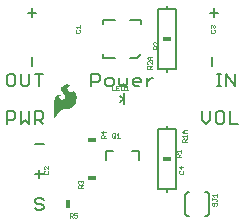
<source format=gbr>
G04 EAGLE Gerber RS-274X export*
G75*
%MOMM*%
%FSLAX34Y34*%
%LPD*%
%INSilkscreen Top*%
%IPPOS*%
%AMOC8*
5,1,8,0,0,1.08239X$1,22.5*%
G01*
%ADD10C,0.203200*%
%ADD11C,0.025400*%
%ADD12R,0.457200X0.762000*%
%ADD13R,0.762000X0.457200*%

G36*
X44460Y85625D02*
X44460Y85625D01*
X44464Y85623D01*
X44534Y85659D01*
X44544Y85664D01*
X44545Y85665D01*
X49417Y91147D01*
X50271Y91929D01*
X51261Y92518D01*
X51612Y92645D01*
X51980Y92710D01*
X54255Y92710D01*
X54260Y92712D01*
X54266Y92710D01*
X55630Y92834D01*
X55640Y92840D01*
X55652Y92838D01*
X56971Y93206D01*
X56979Y93214D01*
X56992Y93215D01*
X58222Y93815D01*
X58229Y93822D01*
X58240Y93825D01*
X59397Y94642D01*
X59402Y94650D01*
X59411Y94653D01*
X60442Y95625D01*
X60445Y95633D01*
X60451Y95635D01*
X60452Y95637D01*
X60454Y95638D01*
X61339Y96745D01*
X61341Y96755D01*
X61350Y96762D01*
X62297Y98443D01*
X62298Y98454D01*
X62306Y98464D01*
X62934Y100288D01*
X62933Y100299D01*
X62940Y100310D01*
X63228Y102217D01*
X63225Y102228D01*
X63230Y102240D01*
X63228Y102292D01*
X63220Y102544D01*
X63216Y102670D01*
X63216Y102671D01*
X63208Y102923D01*
X63200Y103176D01*
X63196Y103302D01*
X63188Y103554D01*
X63177Y103933D01*
X63169Y104168D01*
X63165Y104177D01*
X63167Y104189D01*
X62960Y105228D01*
X62955Y105236D01*
X62955Y105247D01*
X62597Y106244D01*
X62591Y106251D01*
X62590Y106262D01*
X62088Y107196D01*
X62079Y107203D01*
X62076Y107215D01*
X61169Y108352D01*
X61158Y108358D01*
X61151Y108371D01*
X60025Y109292D01*
X59982Y109304D01*
X59941Y109320D01*
X59936Y109318D01*
X59930Y109319D01*
X59892Y109298D01*
X59852Y109279D01*
X59849Y109273D01*
X59845Y109271D01*
X59837Y109242D01*
X59819Y109194D01*
X59819Y108314D01*
X59803Y108194D01*
X59759Y108091D01*
X59485Y107751D01*
X59124Y107503D01*
X58950Y107438D01*
X58412Y107380D01*
X57882Y107478D01*
X57394Y107727D01*
X56492Y108378D01*
X56080Y108732D01*
X55729Y109142D01*
X55446Y109600D01*
X55240Y110094D01*
X55181Y110394D01*
X55193Y110697D01*
X55350Y111216D01*
X55636Y111676D01*
X56031Y112046D01*
X56512Y112301D01*
X57002Y112440D01*
X57513Y112497D01*
X58116Y112497D01*
X58117Y112497D01*
X58139Y112506D01*
X58207Y112535D01*
X58242Y112627D01*
X58238Y112636D01*
X58204Y112712D01*
X58202Y112715D01*
X58201Y112716D01*
X58200Y112717D01*
X58179Y112737D01*
X58172Y112740D01*
X58168Y112748D01*
X57733Y113086D01*
X57718Y113090D01*
X57706Y113102D01*
X57202Y113323D01*
X57201Y113323D01*
X56845Y113475D01*
X56617Y113576D01*
X56607Y113577D01*
X56597Y113583D01*
X55719Y113803D01*
X55710Y113802D01*
X55700Y113806D01*
X54800Y113892D01*
X54790Y113888D01*
X54778Y113892D01*
X53910Y113826D01*
X53899Y113820D01*
X53886Y113821D01*
X53046Y113590D01*
X53036Y113582D01*
X53023Y113581D01*
X52243Y113193D01*
X52236Y113185D01*
X52225Y113182D01*
X51448Y112622D01*
X51444Y112615D01*
X51435Y112611D01*
X50739Y111953D01*
X50734Y111942D01*
X50723Y111934D01*
X50292Y111331D01*
X50289Y111316D01*
X50277Y111303D01*
X50010Y110611D01*
X50010Y110595D01*
X50002Y110580D01*
X49915Y109843D01*
X49920Y109828D01*
X49916Y109811D01*
X50015Y109076D01*
X50023Y109063D01*
X50023Y109046D01*
X50303Y108358D01*
X50312Y108349D01*
X50315Y108335D01*
X51502Y106577D01*
X51510Y106572D01*
X51514Y106561D01*
X52967Y105020D01*
X53337Y104585D01*
X53577Y104082D01*
X53679Y103534D01*
X53636Y102978D01*
X53450Y102453D01*
X53135Y101993D01*
X52710Y101628D01*
X52167Y101335D01*
X51581Y101137D01*
X50971Y101040D01*
X50260Y101075D01*
X49582Y101282D01*
X48976Y101647D01*
X48663Y101975D01*
X48457Y102379D01*
X48364Y102795D01*
X48364Y103223D01*
X48457Y103638D01*
X48529Y103776D01*
X48647Y103890D01*
X49471Y104489D01*
X49604Y104560D01*
X49742Y104588D01*
X49900Y104572D01*
X49943Y104586D01*
X49988Y104597D01*
X49990Y104601D01*
X49994Y104602D01*
X50014Y104643D01*
X50037Y104682D01*
X50036Y104686D01*
X50038Y104690D01*
X50023Y104733D01*
X50010Y104777D01*
X50007Y104779D01*
X50006Y104783D01*
X49968Y104802D01*
X49932Y104823D01*
X49449Y104899D01*
X49444Y104898D01*
X49439Y104900D01*
X48499Y104973D01*
X48490Y104970D01*
X48479Y104973D01*
X47539Y104900D01*
X47529Y104895D01*
X47517Y104896D01*
X46818Y104712D01*
X46808Y104704D01*
X46794Y104703D01*
X46146Y104382D01*
X46138Y104373D01*
X46124Y104369D01*
X45554Y103924D01*
X45548Y103913D01*
X45536Y103907D01*
X45066Y103357D01*
X45062Y103345D01*
X45051Y103336D01*
X44650Y102604D01*
X44649Y102591D01*
X44640Y102580D01*
X44400Y101781D01*
X44401Y101768D01*
X44395Y101755D01*
X44325Y100924D01*
X44327Y100918D01*
X44325Y100913D01*
X44325Y85749D01*
X44327Y85744D01*
X44325Y85740D01*
X44346Y85700D01*
X44363Y85658D01*
X44368Y85657D01*
X44370Y85652D01*
X44413Y85639D01*
X44455Y85623D01*
X44460Y85625D01*
G37*
D10*
X75629Y112141D02*
X75629Y122818D01*
X80968Y122818D01*
X82747Y121039D01*
X82747Y117480D01*
X80968Y115700D01*
X75629Y115700D01*
X89102Y112141D02*
X92662Y112141D01*
X94441Y113921D01*
X94441Y117480D01*
X92662Y119259D01*
X89102Y119259D01*
X87323Y117480D01*
X87323Y113921D01*
X89102Y112141D01*
X99017Y113921D02*
X99017Y119259D01*
X99017Y113921D02*
X100796Y112141D01*
X102576Y113921D01*
X104356Y112141D01*
X106135Y113921D01*
X106135Y119259D01*
X112490Y112141D02*
X116049Y112141D01*
X112490Y112141D02*
X110711Y113921D01*
X110711Y117480D01*
X112490Y119259D01*
X116049Y119259D01*
X117829Y117480D01*
X117829Y115700D01*
X110711Y115700D01*
X122405Y112141D02*
X122405Y119259D01*
X122405Y115700D02*
X125964Y119259D01*
X127743Y119259D01*
X28772Y174630D02*
X21654Y174630D01*
X25213Y178189D02*
X25213Y171071D01*
X25395Y136722D02*
X25395Y129604D01*
X177795Y129604D02*
X177795Y136722D01*
X175642Y174630D02*
X182760Y174630D01*
X179201Y178189D02*
X179201Y171071D01*
X181991Y112141D02*
X185550Y112141D01*
X183771Y112141D02*
X183771Y122818D01*
X185550Y122818D02*
X181991Y122818D01*
X189787Y122818D02*
X189787Y112141D01*
X196905Y112141D02*
X189787Y122818D01*
X196905Y122818D02*
X196905Y112141D01*
X9530Y122818D02*
X5971Y122818D01*
X4191Y121039D01*
X4191Y113921D01*
X5971Y112141D01*
X9530Y112141D01*
X11309Y113921D01*
X11309Y121039D01*
X9530Y122818D01*
X15885Y122818D02*
X15885Y113921D01*
X17664Y112141D01*
X21224Y112141D01*
X23003Y113921D01*
X23003Y122818D01*
X31138Y122818D02*
X31138Y112141D01*
X27579Y122818D02*
X34697Y122818D01*
X4191Y91068D02*
X4191Y80391D01*
X4191Y91068D02*
X9530Y91068D01*
X11309Y89289D01*
X11309Y85730D01*
X9530Y83950D01*
X4191Y83950D01*
X15885Y80391D02*
X15885Y91068D01*
X19444Y83950D02*
X15885Y80391D01*
X19444Y83950D02*
X23003Y80391D01*
X23003Y91068D01*
X27579Y91068D02*
X27579Y80391D01*
X27579Y91068D02*
X32918Y91068D01*
X34697Y89289D01*
X34697Y85730D01*
X32918Y83950D01*
X27579Y83950D01*
X31138Y83950D02*
X34697Y80391D01*
X169291Y83950D02*
X169291Y91068D01*
X169291Y83950D02*
X172850Y80391D01*
X176409Y83950D01*
X176409Y91068D01*
X182764Y91068D02*
X186324Y91068D01*
X182764Y91068D02*
X180985Y89289D01*
X180985Y82171D01*
X182764Y80391D01*
X186324Y80391D01*
X188103Y82171D01*
X188103Y89289D01*
X186324Y91068D01*
X192679Y91068D02*
X192679Y80391D01*
X199797Y80391D01*
X35122Y38105D02*
X28004Y38105D01*
X31563Y41664D02*
X31563Y34546D01*
X28004Y63505D02*
X35122Y63505D01*
X33343Y18043D02*
X35122Y16264D01*
X33343Y18043D02*
X29784Y18043D01*
X28004Y16264D01*
X28004Y14484D01*
X29784Y12705D01*
X33343Y12705D01*
X35122Y10925D01*
X35122Y9146D01*
X33343Y7366D01*
X29784Y7366D01*
X28004Y9146D01*
D11*
X62354Y159649D02*
X62989Y160285D01*
X62354Y159649D02*
X62354Y158378D01*
X62989Y157743D01*
X65531Y157743D01*
X66167Y158378D01*
X66167Y159649D01*
X65531Y160285D01*
X63625Y161485D02*
X62354Y162756D01*
X66167Y162756D01*
X66167Y161485D02*
X66167Y164027D01*
X150365Y40769D02*
X149730Y40134D01*
X149730Y38863D01*
X150365Y38227D01*
X152907Y38227D01*
X153543Y38863D01*
X153543Y40134D01*
X152907Y40769D01*
X153543Y43876D02*
X149730Y43876D01*
X151636Y41969D01*
X151636Y44511D01*
X176654Y159649D02*
X177289Y160285D01*
X176654Y159649D02*
X176654Y158378D01*
X177289Y157743D01*
X179831Y157743D01*
X180467Y158378D01*
X180467Y159649D01*
X179831Y160285D01*
X177289Y161485D02*
X176654Y162120D01*
X176654Y163392D01*
X177289Y164027D01*
X177925Y164027D01*
X178560Y163392D01*
X178560Y162756D01*
X178560Y163392D02*
X179196Y164027D01*
X179831Y164027D01*
X180467Y163392D01*
X180467Y162120D01*
X179831Y161485D01*
D12*
X55563Y12700D03*
D11*
X57096Y4956D02*
X57096Y1143D01*
X57096Y4956D02*
X59002Y4956D01*
X59638Y4321D01*
X59638Y3050D01*
X59002Y2414D01*
X57096Y2414D01*
X58367Y2414D02*
X59638Y1143D01*
X60838Y4956D02*
X63380Y4956D01*
X60838Y4956D02*
X60838Y3050D01*
X62109Y3685D01*
X62745Y3685D01*
X63380Y3050D01*
X63380Y1779D01*
X62745Y1143D01*
X61473Y1143D01*
X60838Y1779D01*
D10*
X87600Y57800D02*
X93600Y57800D01*
X87600Y57800D02*
X87600Y49800D01*
X109600Y57800D02*
X115600Y57800D01*
X115600Y49800D01*
D11*
X93472Y69343D02*
X93472Y71885D01*
X94108Y72520D01*
X95379Y72520D01*
X96014Y71885D01*
X96014Y69343D01*
X95379Y68707D01*
X94108Y68707D01*
X93472Y69343D01*
X94743Y69978D02*
X96014Y68707D01*
X97214Y71249D02*
X98485Y72520D01*
X98485Y68707D01*
X97214Y68707D02*
X99756Y68707D01*
D13*
X76200Y34925D03*
D11*
X68453Y26162D02*
X64640Y26162D01*
X64640Y28069D01*
X65275Y28704D01*
X66546Y28704D01*
X67182Y28069D01*
X67182Y26162D01*
X67182Y27433D02*
X68453Y28704D01*
X65275Y29904D02*
X64640Y30540D01*
X64640Y31811D01*
X65275Y32446D01*
X65911Y32446D01*
X66546Y31811D01*
X66546Y31175D01*
X66546Y31811D02*
X67182Y32446D01*
X67817Y32446D01*
X68453Y31811D01*
X68453Y30540D01*
X67817Y29904D01*
D13*
X76200Y66675D03*
D11*
X83944Y68208D02*
X87757Y68208D01*
X83944Y68208D02*
X83944Y70114D01*
X84579Y70750D01*
X85850Y70750D01*
X86486Y70114D01*
X86486Y68208D01*
X86486Y69479D02*
X87757Y70750D01*
X87757Y73857D02*
X83944Y73857D01*
X85850Y71950D01*
X85850Y74492D01*
D10*
X103300Y97000D02*
X103300Y101600D01*
X103300Y106200D01*
X103300Y101600D02*
X100200Y99262D01*
X103146Y101854D02*
X100200Y103784D01*
D11*
X92837Y108712D02*
X92837Y112525D01*
X92837Y108712D02*
X95379Y108712D01*
X96579Y112525D02*
X99121Y112525D01*
X96579Y112525D02*
X96579Y108712D01*
X99121Y108712D01*
X97850Y110619D02*
X96579Y110619D01*
X100321Y112525D02*
X100321Y108712D01*
X102228Y108712D01*
X102863Y109348D01*
X102863Y111890D01*
X102228Y112525D01*
X100321Y112525D01*
X104063Y111254D02*
X105334Y112525D01*
X105334Y108712D01*
X104063Y108712D02*
X106605Y108712D01*
D10*
X155100Y20700D02*
X155100Y4700D01*
X172100Y2700D02*
X172198Y2682D01*
X172297Y2668D01*
X172397Y2658D01*
X172497Y2652D01*
X172597Y2650D01*
X172697Y2652D01*
X172797Y2658D01*
X172897Y2667D01*
X172996Y2681D01*
X173095Y2698D01*
X173192Y2720D01*
X173289Y2745D01*
X173385Y2774D01*
X173480Y2806D01*
X173573Y2843D01*
X173665Y2883D01*
X173755Y2926D01*
X173844Y2973D01*
X173930Y3024D01*
X174014Y3078D01*
X174097Y3135D01*
X174176Y3195D01*
X174254Y3259D01*
X174329Y3325D01*
X174401Y3395D01*
X174471Y3467D01*
X174537Y3542D01*
X174601Y3619D01*
X174661Y3699D01*
X174719Y3781D01*
X174773Y3865D01*
X174823Y3952D01*
X174871Y4040D01*
X174914Y4130D01*
X174955Y4222D01*
X174991Y4315D01*
X175024Y4409D01*
X175053Y4505D01*
X175078Y4602D01*
X175100Y4700D01*
X175101Y20700D02*
X175079Y20798D01*
X175054Y20895D01*
X175025Y20991D01*
X174992Y21085D01*
X174955Y21178D01*
X174915Y21270D01*
X174871Y21360D01*
X174824Y21448D01*
X174773Y21535D01*
X174719Y21619D01*
X174662Y21701D01*
X174601Y21781D01*
X174538Y21858D01*
X174471Y21933D01*
X174402Y22005D01*
X174329Y22074D01*
X174255Y22141D01*
X174177Y22204D01*
X174097Y22265D01*
X174015Y22322D01*
X173931Y22376D01*
X173844Y22426D01*
X173756Y22473D01*
X173666Y22517D01*
X173574Y22557D01*
X173481Y22593D01*
X173386Y22626D01*
X173290Y22655D01*
X173193Y22680D01*
X173095Y22702D01*
X172997Y22719D01*
X172897Y22733D01*
X172798Y22742D01*
X172698Y22748D01*
X172598Y22750D01*
X172498Y22748D01*
X172398Y22742D01*
X172298Y22732D01*
X172199Y22718D01*
X172100Y22700D01*
X158100Y22700D02*
X158001Y22718D01*
X157902Y22732D01*
X157802Y22742D01*
X157702Y22748D01*
X157602Y22750D01*
X157502Y22748D01*
X157402Y22742D01*
X157303Y22733D01*
X157203Y22719D01*
X157105Y22702D01*
X157007Y22680D01*
X156910Y22655D01*
X156814Y22626D01*
X156719Y22593D01*
X156626Y22557D01*
X156534Y22517D01*
X156444Y22473D01*
X156356Y22426D01*
X156269Y22376D01*
X156185Y22322D01*
X156103Y22265D01*
X156023Y22204D01*
X155945Y22141D01*
X155871Y22074D01*
X155798Y22005D01*
X155729Y21933D01*
X155662Y21858D01*
X155599Y21781D01*
X155538Y21701D01*
X155481Y21619D01*
X155427Y21535D01*
X155376Y21448D01*
X155329Y21360D01*
X155285Y21270D01*
X155245Y21178D01*
X155208Y21085D01*
X155175Y20991D01*
X155146Y20895D01*
X155121Y20798D01*
X155099Y20700D01*
X155099Y4700D02*
X155121Y4602D01*
X155146Y4505D01*
X155175Y4409D01*
X155208Y4315D01*
X155245Y4222D01*
X155285Y4130D01*
X155329Y4040D01*
X155376Y3952D01*
X155427Y3865D01*
X155481Y3781D01*
X155538Y3699D01*
X155599Y3619D01*
X155662Y3542D01*
X155729Y3467D01*
X155798Y3395D01*
X155871Y3326D01*
X155945Y3259D01*
X156023Y3196D01*
X156103Y3135D01*
X156185Y3078D01*
X156269Y3024D01*
X156356Y2974D01*
X156444Y2927D01*
X156534Y2883D01*
X156626Y2843D01*
X156719Y2807D01*
X156814Y2774D01*
X156910Y2745D01*
X157007Y2720D01*
X157105Y2698D01*
X157203Y2681D01*
X157303Y2667D01*
X157402Y2658D01*
X157502Y2652D01*
X157602Y2650D01*
X157702Y2652D01*
X157802Y2658D01*
X157902Y2668D01*
X158001Y2682D01*
X158100Y2700D01*
X175100Y4700D02*
X175100Y20700D01*
D11*
X178559Y13668D02*
X177924Y13032D01*
X177924Y11761D01*
X178559Y11126D01*
X179195Y11126D01*
X179830Y11761D01*
X179830Y13032D01*
X180466Y13668D01*
X181101Y13668D01*
X181737Y13032D01*
X181737Y11761D01*
X181101Y11126D01*
X181101Y14868D02*
X181737Y15503D01*
X181737Y16139D01*
X181101Y16774D01*
X177924Y16774D01*
X177924Y16139D02*
X177924Y17410D01*
X179195Y18610D02*
X177924Y19881D01*
X181737Y19881D01*
X181737Y18610D02*
X181737Y21152D01*
X36065Y40769D02*
X35430Y40134D01*
X35430Y38863D01*
X36065Y38227D01*
X38607Y38227D01*
X39243Y38863D01*
X39243Y40134D01*
X38607Y40769D01*
X39243Y41969D02*
X39243Y44511D01*
X39243Y41969D02*
X36701Y44511D01*
X36065Y44511D01*
X35430Y43876D01*
X35430Y42605D01*
X36065Y41969D01*
D10*
X85725Y136525D02*
X85725Y139700D01*
X85725Y136525D02*
X95250Y136525D01*
X85725Y165100D02*
X85725Y168275D01*
X95250Y168275D01*
X107950Y168275D02*
X117475Y168275D01*
X117475Y165100D01*
X117475Y139700D02*
X114300Y136525D01*
X107950Y136525D01*
D13*
X139700Y50800D03*
D11*
X147444Y52333D02*
X151257Y52333D01*
X147444Y52333D02*
X147444Y54239D01*
X148079Y54875D01*
X149350Y54875D01*
X149986Y54239D01*
X149986Y52333D01*
X149986Y53604D02*
X151257Y54875D01*
X148715Y56075D02*
X147444Y57346D01*
X151257Y57346D01*
X151257Y56075D02*
X151257Y58617D01*
D13*
X139700Y152400D03*
D11*
X131953Y143637D02*
X128140Y143637D01*
X128140Y145544D01*
X128775Y146179D01*
X130046Y146179D01*
X130682Y145544D01*
X130682Y143637D01*
X130682Y144908D02*
X131953Y146179D01*
X131953Y147379D02*
X131953Y149921D01*
X131953Y147379D02*
X129411Y149921D01*
X128775Y149921D01*
X128140Y149286D01*
X128140Y148015D01*
X128775Y147379D01*
D10*
X147320Y76200D02*
X147320Y25400D01*
X139700Y25400D01*
X132080Y25400D01*
X132080Y76200D01*
X139700Y76200D01*
X147320Y76200D01*
X139700Y25400D02*
X139700Y22860D01*
X139700Y76200D02*
X139700Y78740D01*
D11*
X152524Y65101D02*
X156337Y65101D01*
X152524Y65101D02*
X152524Y67007D01*
X153159Y67643D01*
X154430Y67643D01*
X155066Y67007D01*
X155066Y65101D01*
X155066Y66372D02*
X156337Y67643D01*
X153795Y68843D02*
X152524Y70114D01*
X156337Y70114D01*
X156337Y68843D02*
X156337Y71385D01*
X156337Y72585D02*
X153795Y72585D01*
X152524Y73856D01*
X153795Y75127D01*
X156337Y75127D01*
X154430Y75127D02*
X154430Y72585D01*
D10*
X132080Y127000D02*
X132080Y177800D01*
X139700Y177800D01*
X147320Y177800D01*
X147320Y127000D01*
X139700Y127000D01*
X132080Y127000D01*
X139700Y177800D02*
X139700Y180340D01*
X139700Y127000D02*
X139700Y124460D01*
D11*
X126873Y127127D02*
X123060Y127127D01*
X123060Y129034D01*
X123695Y129669D01*
X124966Y129669D01*
X125602Y129034D01*
X125602Y127127D01*
X125602Y128398D02*
X126873Y129669D01*
X126873Y130869D02*
X126873Y133411D01*
X126873Y130869D02*
X124331Y133411D01*
X123695Y133411D01*
X123060Y132776D01*
X123060Y131505D01*
X123695Y130869D01*
X124331Y134611D02*
X126873Y134611D01*
X124331Y134611D02*
X123060Y135882D01*
X124331Y137153D01*
X126873Y137153D01*
X124966Y137153D02*
X124966Y134611D01*
M02*

</source>
